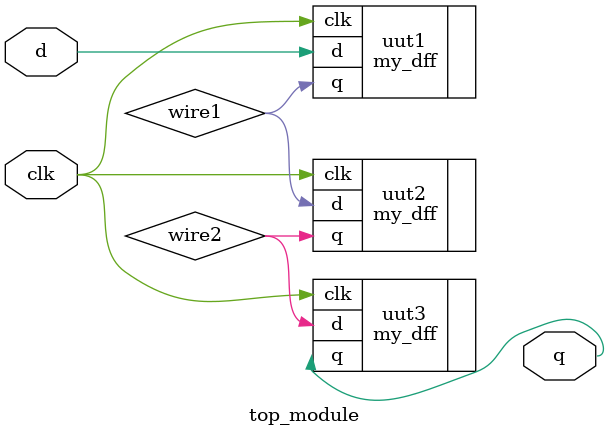
<source format=v>
/*
You are given a module my_dff with two inputs and one output (that implements a D flip-flop). 
Instantiate three of them, then chain them together to make a shift register of length 3. 
The clk port needs to be connected to all instances.
*/

module top_module ( input clk, input d, output q );
    
  wire wire1,wire2;
    
  my_dff uut1 ( .clk(clk) , .d(d) , .q(wire1));
  my_dff uut2 ( .clk(clk) , .d(wire1) , .q(wire2));
  my_dff uut3 ( .clk(clk) , .d(wire2) , .q(q));
    
endmodule

</source>
